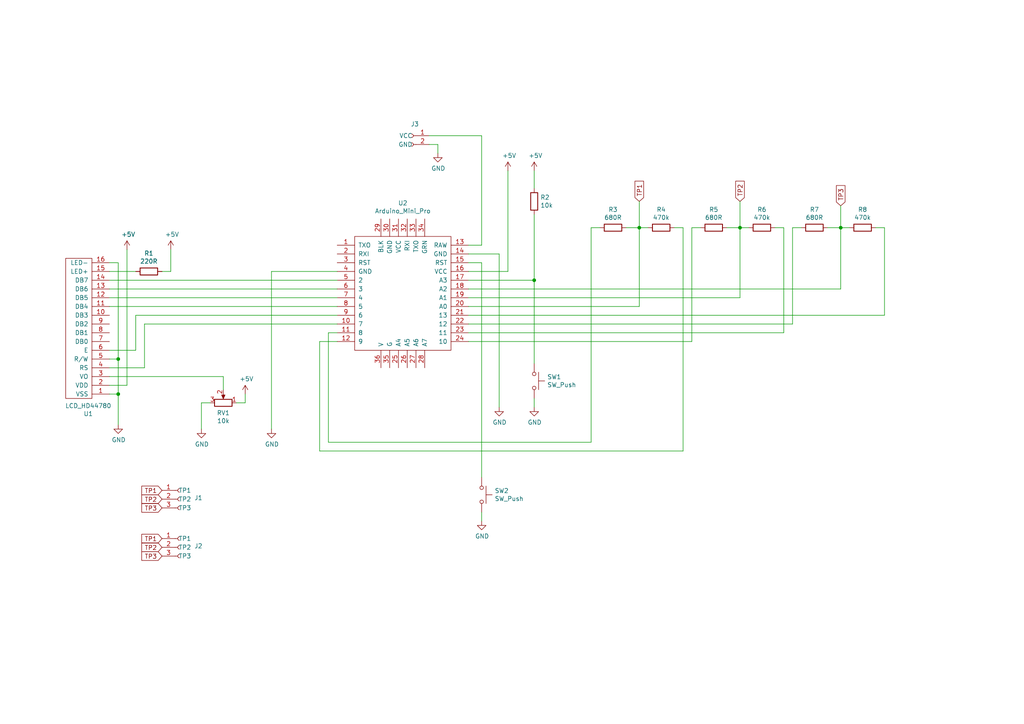
<source format=kicad_sch>
(kicad_sch (version 20211123) (generator eeschema)
  (paper "A4")
  (lib_symbols
    (symbol "Device:R" (pin_numbers hide) (pin_names (offset 0))
      (property "Reference" "R" (at 2.032 0 90))
      (property "Value" "R" (at 0 0 90))
      (symbol "R_0_1"
        (rectangle (start -1.016 -2.54) (end 1.016 2.54) (stroke (width 0.254)))
      )
      (symbol "R_1_1"
        (pin passive line (at 0 3.81 270) (length 1.27) (name "~") (number "1"))
        (pin passive line (at 0 -3.81 90) (length 1.27) (name "~") (number "2"))
      )
    )
    (symbol "My_Arduino:Arduino_Mini_Pro" (pin_names (offset 1.016))
      (property "Reference" "U" (at 6.35 3.81 0))
      (property "Value" "Arduino_Mini_Pro" (at 1.27 7.62 0))
      (symbol "Arduino_Mini_Pro_0_1"
        (rectangle (start 5.08 2.54) (end 33.02 -30.48))
      )
      (symbol "Arduino_Mini_Pro_1_1"
        (pin output line (at 0 0 0) (length 5.08) (name "TXO") (number "1"))
        (pin bidirectional line (at 0 -22.86 0) (length 5.08) (name "7") (number "10"))
        (pin bidirectional line (at 0 -25.4 0) (length 5.08) (name "8") (number "11"))
        (pin bidirectional line (at 0 -27.94 0) (length 5.08) (name "9") (number "12"))
        (pin power_in line (at 38.1 0 180) (length 5.08) (name "RAW") (number "13"))
        (pin power_in line (at 38.1 -2.54 180) (length 5.08) (name "GND") (number "14"))
        (pin input line (at 38.1 -5.08 180) (length 5.08) (name "RST") (number "15"))
        (pin power_out line (at 38.1 -7.62 180) (length 5.08) (name "VCC") (number "16"))
        (pin bidirectional line (at 38.1 -10.16 180) (length 5.08) (name "A3") (number "17"))
        (pin bidirectional line (at 38.1 -12.7 180) (length 5.08) (name "A2") (number "18"))
        (pin bidirectional line (at 38.1 -15.24 180) (length 5.08) (name "A1") (number "19"))
        (pin input line (at 0 -2.54 0) (length 5.08) (name "RXI") (number "2"))
        (pin bidirectional line (at 38.1 -17.78 180) (length 5.08) (name "A0") (number "20"))
        (pin bidirectional line (at 38.1 -20.32 180) (length 5.08) (name "13") (number "21"))
        (pin bidirectional line (at 38.1 -22.86 180) (length 5.08) (name "12") (number "22"))
        (pin bidirectional line (at 38.1 -25.4 180) (length 5.08) (name "11") (number "23"))
        (pin bidirectional line (at 38.1 -27.94 180) (length 5.08) (name "10") (number "24"))
        (pin bidirectional line (at 17.78 -35.56 90) (length 5.08) (name "A4") (number "25"))
        (pin bidirectional line (at 20.32 -35.56 90) (length 5.08) (name "A5") (number "26"))
        (pin bidirectional line (at 22.86 -35.56 90) (length 5.08) (name "A6") (number "27"))
        (pin bidirectional line (at 25.4 -35.56 90) (length 5.08) (name "A7") (number "28"))
        (pin input line (at 12.7 7.62 270) (length 5.08) (name "BLK") (number "29"))
        (pin input line (at 0 -5.08 0) (length 5.08) (name "RST") (number "3"))
        (pin passive line (at 15.24 7.62 270) (length 5.08) (name "GND") (number "30"))
        (pin power_in line (at 17.78 7.62 270) (length 5.08) (name "VCC") (number "31"))
        (pin input line (at 20.32 7.62 270) (length 5.08) (name "RXI") (number "32"))
        (pin output line (at 22.86 7.62 270) (length 5.08) (name "TXO") (number "33"))
        (pin input line (at 25.4 7.62 270) (length 5.08) (name "GRN") (number "34"))
        (pin passive line (at 15.24 -35.56 90) (length 5.08) (name "G") (number "35"))
        (pin power_out line (at 12.7 -35.56 90) (length 5.08) (name "V") (number "36"))
        (pin passive line (at 0 -7.62 0) (length 5.08) (name "GND") (number "4"))
        (pin bidirectional line (at 0 -10.16 0) (length 5.08) (name "2") (number "5"))
        (pin bidirectional line (at 0 -12.7 0) (length 5.08) (name "3") (number "6"))
        (pin bidirectional line (at 0 -15.24 0) (length 5.08) (name "4") (number "7"))
        (pin bidirectional line (at 0 -17.78 0) (length 5.08) (name "5") (number "8"))
        (pin bidirectional line (at 0 -20.32 0) (length 5.08) (name "6") (number "9"))
      )
    )
    (symbol "My_Headers:2-pin_power_input_header" (pin_names (offset 1.016))
      (property "Reference" "J" (at 0 2.54 0))
      (symbol "2-pin_power_input_header_1_1"
        (arc (start 0 -2.032) (mid -0.508 -2.54) (end 0 -3.048) (stroke (width 0.1524)))
        (polyline (pts (xy -1.27 -2.54) (xy -0.508 -2.54)) (stroke (width 0.1524)))
        (polyline (pts (xy -1.27 0) (xy -0.508 0)) (stroke (width 0.1524)))
        (arc (start 0 0.508) (mid -0.508 0) (end 0 -0.508) (stroke (width 0.1524)))
        (pin power_out line (at -5.08 0 0) (length 3.81) (name "VCC") (number "1"))
        (pin power_out line (at -5.08 -2.54 0) (length 3.81) (name "GND") (number "2"))
      )
    )
    (symbol "My_Headers:3-pin_test_header" (pin_names (offset 1.016))
      (property "Reference" "J" (at 0 5.08 0))
      (symbol "3-pin_test_header_1_1"
        (arc (start 0 -2.032) (mid -0.508 -2.54) (end 0 -3.048) (stroke (width 0.1524)))
        (polyline (pts (xy -1.27 -2.54) (xy -0.508 -2.54)) (stroke (width 0.1524)))
        (polyline (pts (xy -1.27 0) (xy -0.508 0)) (stroke (width 0.1524)))
        (polyline (pts (xy -1.27 2.54) (xy -0.508 2.54)) (stroke (width 0.1524)))
        (arc (start 0 0.508) (mid -0.508 0) (end 0 -0.508) (stroke (width 0.1524)))
        (arc (start 0 3.048) (mid -0.508 2.54) (end 0 2.032) (stroke (width 0.1524)))
        (pin input line (at -5.08 2.54 0) (length 3.81) (name "TP1") (number "1"))
        (pin input line (at -5.08 0 0) (length 3.81) (name "TP2") (number "2"))
        (pin input line (at -5.08 -2.54 0) (length 3.81) (name "TP3") (number "3"))
      )
    )
    (symbol "My_Headers:LCD_HD44780" (pin_names (offset 1.016))
      (property "Reference" "U" (at 6.35 2.54 0))
      (property "Value" "LCD_HD44780" (at 11.43 -40.64 0))
      (symbol "LCD_HD44780_0_1"
        (rectangle (start 5.08 1.27) (end 12.7 -39.37))
      )
      (symbol "LCD_HD44780_1_1"
        (pin input line (at 0 0 0) (length 5.08) (name "VSS") (number "1"))
        (pin input line (at 0 -22.86 0) (length 5.08) (name "DB3") (number "10"))
        (pin input line (at 0 -25.4 0) (length 5.08) (name "DB4") (number "11"))
        (pin input line (at 0 -27.94 0) (length 5.08) (name "DB5") (number "12"))
        (pin input line (at 0 -30.48 0) (length 5.08) (name "DB6") (number "13"))
        (pin input line (at 0 -33.02 0) (length 5.08) (name "DB7") (number "14"))
        (pin input line (at 0 -35.56 0) (length 5.08) (name "LED+") (number "15"))
        (pin input line (at 0 -38.1 0) (length 5.08) (name "LED-") (number "16"))
        (pin input line (at 0 -2.54 0) (length 5.08) (name "VDD") (number "2"))
        (pin input line (at 0 -5.08 0) (length 5.08) (name "VO") (number "3"))
        (pin input line (at 0 -7.62 0) (length 5.08) (name "RS") (number "4"))
        (pin input line (at 0 -10.16 0) (length 5.08) (name "R/W") (number "5"))
        (pin input line (at 0 -12.7 0) (length 5.08) (name "E") (number "6"))
        (pin input line (at 0 -15.24 0) (length 5.08) (name "DB0") (number "7"))
        (pin input line (at 0 -17.78 0) (length 5.08) (name "DB1") (number "8"))
        (pin input line (at 0 -20.32 0) (length 5.08) (name "DB2") (number "9"))
      )
    )
    (symbol "Switch:SW_Push" (pin_numbers hide) (pin_names (offset 1.016) hide)
      (property "Reference" "SW" (at 1.27 2.54 0))
      (property "Value" "SW_Push" (at 0 -1.524 0))
      (symbol "SW_Push_0_1"
        (circle (center -2.032 0) (radius 0.508))
        (polyline (pts (xy 0 1.27) (xy 0 3.048)))
        (polyline (pts (xy 2.54 1.27) (xy -2.54 1.27)))
        (circle (center 2.032 0) (radius 0.508))
        (pin passive line (at -5.08 0 0) (length 2.54) (name "1") (number "1"))
        (pin passive line (at 5.08 0 180) (length 2.54) (name "2") (number "2"))
      )
    )
    (symbol "arduTesterMiniPro-rescue:R_POT-Device" (pin_names (offset 1.016) hide)
      (property "Reference" "RV" (at -4.445 0 90))
      (property "Value" "R_POT-Device" (at -2.54 0 90))
      (symbol "R_POT-Device_0_1"
        (polyline (pts (xy 2.54 0) (xy 1.524 0)))
        (polyline (pts (xy 1.143 0) (xy 2.286 0.508) (xy 2.286 -0.508) (xy 1.143 0)) (fill (type outline)))
        (rectangle (start 1.016 2.54) (end -1.016 -2.54) (stroke (width 0.254)))
      )
      (symbol "R_POT-Device_1_1"
        (pin passive line (at 0 3.81 270) (length 1.27) (name "1") (number "1"))
        (pin passive line (at 3.81 0 180) (length 1.27) (name "2") (number "2"))
        (pin passive line (at 0 -3.81 90) (length 1.27) (name "3") (number "3"))
      )
    )
    (symbol "power:+5V" (power) (pin_names (offset 0))
      (property "Value" "+5V" (at 0 3.556 0))
      (symbol "+5V_0_1"
        (polyline (pts (xy -0.762 1.27) (xy 0 2.54)))
        (polyline (pts (xy 0 0) (xy 0 2.54)))
        (polyline (pts (xy 0 2.54) (xy 0.762 1.27)))
      )
      (symbol "+5V_1_1"
        (pin power_in line (at 0 0 90) (length 0) hide (name "+5V") (number "1"))
      )
    )
    (symbol "power:GND" (power) (pin_names (offset 0))
      (property "Value" "GND" (at 0 -3.81 0))
      (symbol "GND_0_1"
        (polyline (pts (xy 0 0) (xy 0 -1.27) (xy 1.27 -1.27) (xy 0 -2.54) (xy -1.27 -1.27) (xy 0 -1.27)))
      )
      (symbol "GND_1_1"
        (pin power_in line (at 0 0 270) (length 0) hide (name "GND") (number "1"))
      )
    )
  )
  (junction (at 34.29 104.14))
  (junction (at 154.94 81.28))
  (junction (at 214.63 66.04))
  (junction (at 185.42 66.04))
  (junction (at 243.84 66.04))
  (junction (at 34.29 114.3))
  (wire (pts (xy 185.42 66.04) (xy 187.96 66.04)))
  (wire (pts (xy 139.7 151.13) (xy 139.7 148.59)))
  (wire (pts (xy 243.84 66.04) (xy 246.38 66.04)))
  (wire (pts (xy 31.75 111.76) (xy 36.83 111.76)))
  (wire (pts (xy 31.75 109.22) (xy 64.77 109.22)))
  (wire (pts (xy 144.78 73.66) (xy 144.78 118.11)))
  (wire (pts (xy 139.7 71.12) (xy 135.89 71.12)))
  (wire (pts (xy 210.82 66.04) (xy 214.63 66.04)))
  (wire (pts (xy 31.75 101.6) (xy 39.37 101.6)))
  (wire (pts (xy 243.84 66.04) (xy 243.84 59.69)))
  (wire (pts (xy 31.75 78.74) (xy 39.37 78.74)))
  (wire (pts (xy 97.79 78.74) (xy 78.74 78.74)))
  (wire (pts (xy 97.79 91.44) (xy 39.37 91.44)))
  (wire (pts (xy 154.94 118.11) (xy 154.94 115.57)))
  (wire (pts (xy 31.75 114.3) (xy 34.29 114.3)))
  (wire (pts (xy 39.37 101.6) (xy 39.37 91.44)))
  (wire (pts (xy 214.63 66.04) (xy 214.63 58.42)))
  (wire (pts (xy 171.45 66.04) (xy 173.99 66.04)))
  (wire (pts (xy 144.78 73.66) (xy 135.89 73.66)))
  (wire (pts (xy 147.32 49.53) (xy 147.32 78.74)))
  (wire (pts (xy 58.42 124.46) (xy 58.42 116.84)))
  (wire (pts (xy 185.42 88.9) (xy 185.42 66.04)))
  (wire (pts (xy 181.61 66.04) (xy 185.42 66.04)))
  (wire (pts (xy 229.87 93.98) (xy 135.89 93.98)))
  (wire (pts (xy 243.84 83.82) (xy 243.84 66.04)))
  (wire (pts (xy 171.45 128.27) (xy 95.25 128.27)))
  (wire (pts (xy 41.91 106.68) (xy 41.91 93.98)))
  (wire (pts (xy 227.33 96.52) (xy 135.89 96.52)))
  (wire (pts (xy 232.41 66.04) (xy 229.87 66.04)))
  (wire (pts (xy 127 41.91) (xy 127 44.45)))
  (wire (pts (xy 34.29 76.2) (xy 31.75 76.2)))
  (wire (pts (xy 92.71 99.06) (xy 97.79 99.06)))
  (wire (pts (xy 58.42 116.84) (xy 60.96 116.84)))
  (wire (pts (xy 97.79 86.36) (xy 31.75 86.36)))
  (wire (pts (xy 97.79 88.9) (xy 31.75 88.9)))
  (wire (pts (xy 203.2 66.04) (xy 200.66 66.04)))
  (wire (pts (xy 154.94 81.28) (xy 154.94 105.41)))
  (wire (pts (xy 154.94 54.61) (xy 154.94 49.53)))
  (wire (pts (xy 34.29 76.2) (xy 34.29 104.14)))
  (wire (pts (xy 92.71 130.81) (xy 92.71 99.06)))
  (wire (pts (xy 214.63 86.36) (xy 214.63 66.04)))
  (wire (pts (xy 71.12 116.84) (xy 71.12 114.3)))
  (wire (pts (xy 198.12 66.04) (xy 198.12 130.81)))
  (wire (pts (xy 68.58 116.84) (xy 71.12 116.84)))
  (wire (pts (xy 256.54 66.04) (xy 254 66.04)))
  (wire (pts (xy 227.33 66.04) (xy 224.79 66.04)))
  (wire (pts (xy 135.89 78.74) (xy 147.32 78.74)))
  (wire (pts (xy 31.75 83.82) (xy 97.79 83.82)))
  (wire (pts (xy 36.83 111.76) (xy 36.83 72.39)))
  (wire (pts (xy 31.75 106.68) (xy 41.91 106.68)))
  (wire (pts (xy 139.7 39.37) (xy 139.7 71.12)))
  (wire (pts (xy 124.46 41.91) (xy 127 41.91)))
  (wire (pts (xy 185.42 66.04) (xy 185.42 58.42)))
  (wire (pts (xy 240.03 66.04) (xy 243.84 66.04)))
  (wire (pts (xy 34.29 104.14) (xy 31.75 104.14)))
  (wire (pts (xy 49.53 78.74) (xy 49.53 72.39)))
  (wire (pts (xy 256.54 66.04) (xy 256.54 91.44)))
  (wire (pts (xy 95.25 128.27) (xy 95.25 96.52)))
  (wire (pts (xy 200.66 99.06) (xy 135.89 99.06)))
  (wire (pts (xy 64.77 109.22) (xy 64.77 113.03)))
  (wire (pts (xy 198.12 130.81) (xy 92.71 130.81)))
  (wire (pts (xy 135.89 88.9) (xy 185.42 88.9)))
  (wire (pts (xy 195.58 66.04) (xy 198.12 66.04)))
  (wire (pts (xy 135.89 83.82) (xy 243.84 83.82)))
  (wire (pts (xy 34.29 114.3) (xy 34.29 123.19)))
  (wire (pts (xy 97.79 93.98) (xy 41.91 93.98)))
  (wire (pts (xy 78.74 78.74) (xy 78.74 124.46)))
  (wire (pts (xy 46.99 78.74) (xy 49.53 78.74)))
  (wire (pts (xy 139.7 76.2) (xy 139.7 138.43)))
  (wire (pts (xy 154.94 62.23) (xy 154.94 81.28)))
  (wire (pts (xy 135.89 81.28) (xy 154.94 81.28)))
  (wire (pts (xy 97.79 81.28) (xy 31.75 81.28)))
  (wire (pts (xy 139.7 39.37) (xy 124.46 39.37)))
  (wire (pts (xy 95.25 96.52) (xy 97.79 96.52)))
  (wire (pts (xy 256.54 91.44) (xy 135.89 91.44)))
  (wire (pts (xy 135.89 86.36) (xy 214.63 86.36)))
  (wire (pts (xy 229.87 66.04) (xy 229.87 93.98)))
  (wire (pts (xy 227.33 66.04) (xy 227.33 96.52)))
  (wire (pts (xy 135.89 76.2) (xy 139.7 76.2)))
  (wire (pts (xy 34.29 114.3) (xy 34.29 104.14)))
  (wire (pts (xy 214.63 66.04) (xy 217.17 66.04)))
  (wire (pts (xy 200.66 66.04) (xy 200.66 99.06)))
  (wire (pts (xy 171.45 66.04) (xy 171.45 128.27)))
  (global_label "TP3" (shape input) (at 243.84 59.69 90) (property "Intersheet References" "${INTERSHEET_REFS}" (effects hide)))
  (global_label "TP2" (shape input) (at 46.99 144.78 180) (property "Intersheet References" "${INTERSHEET_REFS}" (effects hide)))
  (global_label "TP1" (shape input) (at 185.42 58.42 90) (property "Intersheet References" "${INTERSHEET_REFS}" (effects hide)))
  (global_label "TP1" (shape input) (at 46.99 156.21 180) (property "Intersheet References" "${INTERSHEET_REFS}" (effects hide)))
  (global_label "TP1" (shape input) (at 46.99 142.24 180) (property "Intersheet References" "${INTERSHEET_REFS}" (effects hide)))
  (global_label "TP2" (shape input) (at 46.99 158.75 180) (property "Intersheet References" "${INTERSHEET_REFS}" (effects hide)))
  (global_label "TP2" (shape input) (at 214.63 58.42 90) (property "Intersheet References" "${INTERSHEET_REFS}" (effects hide)))
  (global_label "TP3" (shape input) (at 46.99 147.32 180) (property "Intersheet References" "${INTERSHEET_REFS}" (effects hide)))
  (global_label "TP3" (shape input) (at 46.99 161.29 180) (property "Intersheet References" "${INTERSHEET_REFS}" (effects hide)))
  (symbol (lib_id "My_Headers:LCD_HD44780") (at 31.75 114.3 180) (unit 1)
    (property "Reference" "U1" (at 25.6032 120.015 0))
    (property "Value" "LCD_HD44780" (at 25.6032 117.7036 0))
    (property "Footprint" "My_Parts:LCD_HD44780_16x2_w_headers_large" (effects hide))
  )
  (symbol (lib_id "My_Headers:3-pin_test_header") (at 52.07 158.75 0) (unit 1)
    (property "Reference" "J2" (at 56.3626 158.369 0) (effects (justify left)))
    (property "Value" "3-pin_test_header" (effects hide))
    (property "Footprint" "My_Headers:3-pin_test_header_large" (effects hide))
  )
  (symbol (lib_id "power:GND") (at 34.29 123.19 0) (unit 1)
    (property "Reference" "#PWR01" (effects hide))
    (property "Value" "GND" (at 34.417 127.5842 0))
  )
  (symbol (lib_id "power:+5V") (at 36.83 72.39 0) (unit 1)
    (property "Reference" "#PWR02" (effects hide))
    (property "Value" "+5V" (at 37.211 67.9958 0))
  )
  (symbol (lib_id "power:+5V") (at 147.32 49.53 0) (unit 1)
    (property "Reference" "#PWR09" (effects hide))
    (property "Value" "+5V" (at 147.701 45.1358 0))
  )
  (symbol (lib_id "My_Headers:2-pin_power_input_header") (at 119.38 39.37 0) (mirror y) (unit 1)
    (property "Reference" "J3" (at 120.3198 35.9918 0))
    (property "Value" "2-pin_power_input_header" (effects hide))
    (property "Footprint" "My_Headers:2-pin_power_input_header_larger_pads" (effects hide))
  )
  (symbol (lib_id "power:GND") (at 127 44.45 0) (unit 1)
    (property "Reference" "#PWR07" (effects hide))
    (property "Value" "GND" (at 127.127 48.8442 0))
  )
  (symbol (lib_id "arduTesterMiniPro-rescue:R_POT-Device") (at 64.77 116.84 270) (mirror x) (unit 1)
    (property "Reference" "RV1" (at 64.77 119.761 90))
    (property "Value" "10k" (at 64.77 122.0724 90))
    (property "Footprint" "My_Misc:Potentiometer_Bourns_3339P_Vertical_large" (effects hide))
  )
  (symbol (lib_id "power:+5V") (at 71.12 114.3 0) (unit 1)
    (property "Reference" "#PWR05" (effects hide))
    (property "Value" "+5V" (at 71.501 109.9058 0))
  )
  (symbol (lib_id "power:GND") (at 58.42 124.46 0) (unit 1)
    (property "Reference" "#PWR04" (effects hide))
    (property "Value" "GND" (at 58.547 128.8542 0))
  )
  (symbol (lib_id "Device:R") (at 154.94 58.42 0) (unit 1)
    (property "Reference" "R2" (at 156.718 57.2516 0) (effects (justify left)))
    (property "Value" "10k" (at 156.718 59.563 0) (effects (justify left)))
    (property "Footprint" "My_Misc:R_Axial_DIN0207_L6.3mm_D2.5mm_P10.16mm_Horizontal_larger_pads" (effects hide))
  )
  (symbol (lib_id "Device:R") (at 43.18 78.74 270) (unit 1)
    (property "Reference" "R1" (at 43.18 73.4822 90))
    (property "Value" "220R" (at 43.18 75.7936 90))
    (property "Footprint" "My_Misc:R_Axial_DIN0207_L6.3mm_D2.5mm_P10.16mm_Horizontal_larger_pads" (effects hide))
  )
  (symbol (lib_id "power:+5V") (at 49.53 72.39 0) (unit 1)
    (property "Reference" "#PWR03" (effects hide))
    (property "Value" "+5V" (at 49.911 67.9958 0))
  )
  (symbol (lib_id "Device:R") (at 177.8 66.04 270) (unit 1)
    (property "Reference" "R3" (at 177.8 60.7822 90))
    (property "Value" "680R" (at 177.8 63.0936 90))
    (property "Footprint" "My_Misc:R_Axial_DIN0207_L6.3mm_D2.5mm_P10.16mm_Horizontal_larger_pads" (effects hide))
  )
  (symbol (lib_id "Device:R") (at 191.77 66.04 270) (unit 1)
    (property "Reference" "R4" (at 191.77 60.7822 90))
    (property "Value" "470k" (at 191.77 63.0936 90))
    (property "Footprint" "My_Misc:R_Axial_DIN0207_L6.3mm_D2.5mm_P10.16mm_Horizontal_larger_pads" (effects hide))
  )
  (symbol (lib_id "Device:R") (at 207.01 66.04 270) (unit 1)
    (property "Reference" "R5" (at 207.01 60.7822 90))
    (property "Value" "680R" (at 207.01 63.0936 90))
    (property "Footprint" "My_Misc:R_Axial_DIN0207_L6.3mm_D2.5mm_P10.16mm_Horizontal_larger_pads" (effects hide))
  )
  (symbol (lib_id "Device:R") (at 220.98 66.04 270) (unit 1)
    (property "Reference" "R6" (at 220.98 60.7822 90))
    (property "Value" "470k" (at 220.98 63.0936 90))
    (property "Footprint" "My_Misc:R_Axial_DIN0207_L6.3mm_D2.5mm_P10.16mm_Horizontal_larger_pads" (effects hide))
  )
  (symbol (lib_id "Device:R") (at 236.22 66.04 270) (unit 1)
    (property "Reference" "R7" (at 236.22 60.7822 90))
    (property "Value" "680R" (at 236.22 63.0936 90))
    (property "Footprint" "My_Misc:R_Axial_DIN0207_L6.3mm_D2.5mm_P10.16mm_Horizontal_larger_pads" (effects hide))
  )
  (symbol (lib_id "Device:R") (at 250.19 66.04 270) (unit 1)
    (property "Reference" "R8" (at 250.19 60.7822 90))
    (property "Value" "470k" (at 250.19 63.0936 90))
    (property "Footprint" "My_Misc:R_Axial_DIN0207_L6.3mm_D2.5mm_P10.16mm_Horizontal_larger_pads" (effects hide))
  )
  (symbol (lib_id "My_Arduino:Arduino_Mini_Pro") (at 97.79 71.12 0) (unit 1)
    (property "Reference" "U2" (at 116.84 58.9026 0))
    (property "Value" "Arduino_Mini_Pro" (at 116.84 61.214 0))
    (property "Footprint" "My_Arduino:Arduino_Pro_Mini_vC_only_sides_larger_pads" (effects hide))
  )
  (symbol (lib_id "Switch:SW_Push") (at 154.94 110.49 270) (unit 1)
    (property "Reference" "SW1" (at 158.6992 109.3216 90) (effects (justify left)))
    (property "Value" "SW_Push" (at 158.6992 111.633 90) (effects (justify left)))
    (property "Footprint" "My_Misc:SW_PUSH-12mm_large" (effects hide))
  )
  (symbol (lib_id "power:GND") (at 154.94 118.11 0) (unit 1)
    (property "Reference" "#PWR011" (effects hide))
    (property "Value" "GND" (at 155.067 122.5042 0))
  )
  (symbol (lib_id "power:+5V") (at 154.94 49.53 0) (unit 1)
    (property "Reference" "#PWR010" (effects hide))
    (property "Value" "+5V" (at 155.321 45.1358 0))
  )
  (symbol (lib_id "My_Headers:3-pin_test_header") (at 52.07 144.78 0) (unit 1)
    (property "Reference" "J1" (at 56.3626 144.399 0) (effects (justify left)))
    (property "Value" "3-pin_test_header" (effects hide))
    (property "Footprint" "My_Headers:3-pin_test_header_large" (effects hide))
  )
  (symbol (lib_id "power:GND") (at 78.74 124.46 0) (unit 1)
    (property "Reference" "#PWR06" (effects hide))
    (property "Value" "GND" (at 78.867 128.8542 0))
  )
  (symbol (lib_id "Switch:SW_Push") (at 139.7 143.51 270) (unit 1)
    (property "Reference" "SW2" (at 143.4592 142.3416 90) (effects (justify left)))
    (property "Value" "SW_Push" (at 143.4592 144.653 90) (effects (justify left)))
    (property "Footprint" "My_Misc:SW_PUSH_6mm_large" (effects hide))
  )
  (symbol (lib_id "power:GND") (at 139.7 151.13 0) (unit 1)
    (property "Reference" "#PWR08" (effects hide))
    (property "Value" "GND" (at 139.827 155.5242 0))
  )
  (symbol (lib_id "power:GND") (at 144.78 118.11 0) (unit 1)
    (property "Reference" "#PWR0101" (effects hide))
    (property "Value" "GND" (at 144.907 122.5042 0))
  )
)
</source>
